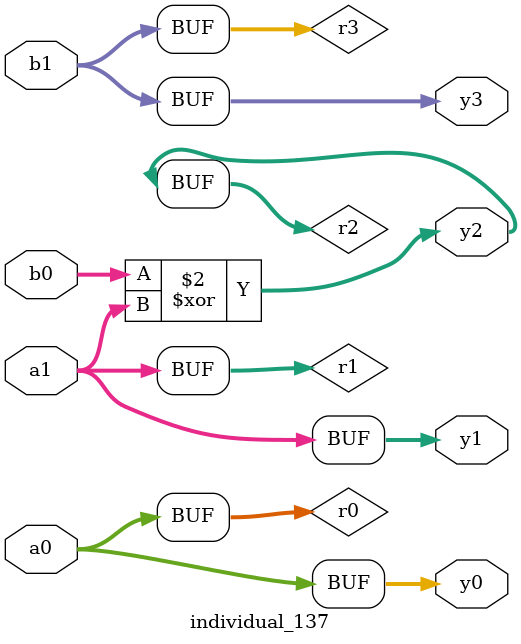
<source format=sv>
module individual_137(input logic [15:0] a1, input logic [15:0] a0, input logic [15:0] b1, input logic [15:0] b0, output logic [15:0] y3, output logic [15:0] y2, output logic [15:0] y1, output logic [15:0] y0);
logic [15:0] r0, r1, r2, r3; 
 always@(*) begin 
	 r0 = a0; r1 = a1; r2 = b0; r3 = b1; 
 	 r2  ^=  r1 ;
 	 y3 = r3; y2 = r2; y1 = r1; y0 = r0; 
end
endmodule
</source>
